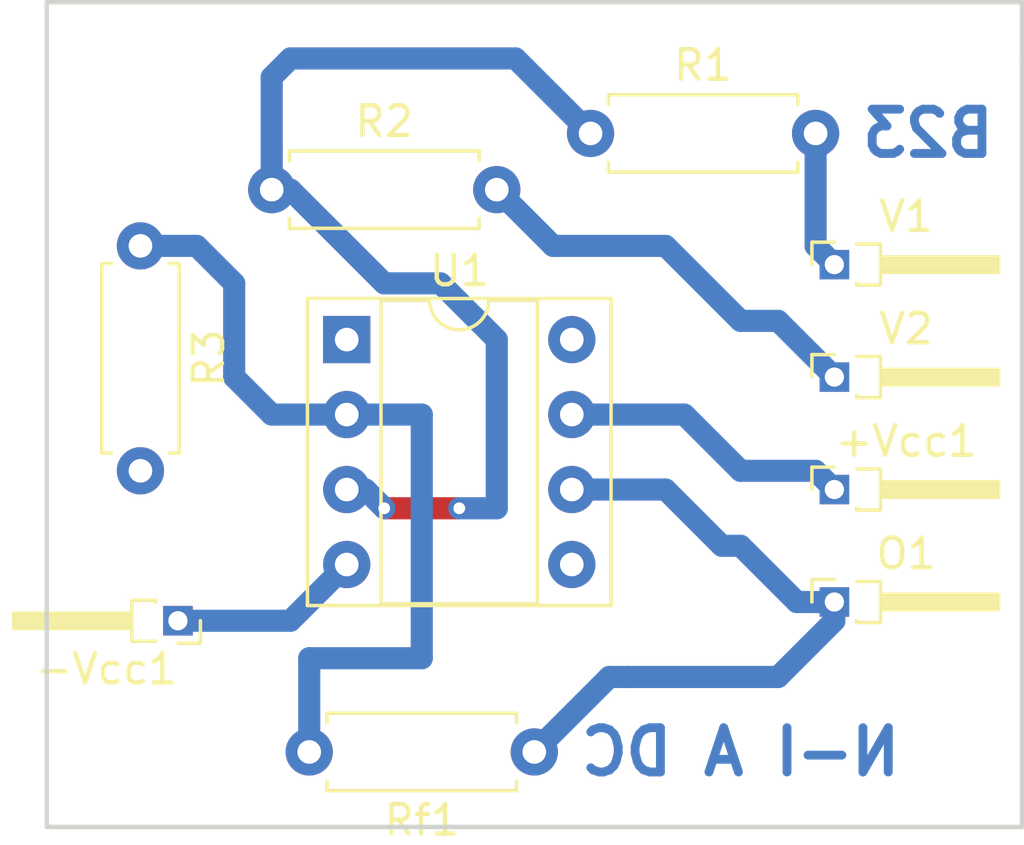
<source format=kicad_pcb>
(kicad_pcb (version 4) (host pcbnew 4.0.7)

  (general
    (links 10)
    (no_connects 0)
    (area 132.839999 71.044999 167.715001 99.905)
    (thickness 1.6)
    (drawings 7)
    (tracks 47)
    (zones 0)
    (modules 10)
    (nets 12)
  )

  (page A4)
  (layers
    (0 F.Cu signal)
    (31 B.Cu signal)
    (32 B.Adhes user)
    (33 F.Adhes user)
    (34 B.Paste user)
    (35 F.Paste user)
    (36 B.SilkS user)
    (37 F.SilkS user)
    (38 B.Mask user)
    (39 F.Mask user)
    (40 Dwgs.User user)
    (41 Cmts.User user)
    (42 Eco1.User user)
    (43 Eco2.User user)
    (44 Edge.Cuts user)
    (45 Margin user)
    (46 B.CrtYd user)
    (47 F.CrtYd user)
    (48 B.Fab user)
    (49 F.Fab user)
  )

  (setup
    (last_trace_width 0.75)
    (trace_clearance 0.2)
    (zone_clearance 0.508)
    (zone_45_only no)
    (trace_min 0.2)
    (segment_width 0.2)
    (edge_width 0.15)
    (via_size 0.6)
    (via_drill 0.4)
    (via_min_size 0.4)
    (via_min_drill 0.3)
    (uvia_size 0.3)
    (uvia_drill 0.1)
    (uvias_allowed no)
    (uvia_min_size 0.2)
    (uvia_min_drill 0.1)
    (pcb_text_width 0.3)
    (pcb_text_size 1.5 1.5)
    (mod_edge_width 0.15)
    (mod_text_size 1 1)
    (mod_text_width 0.15)
    (pad_size 1.524 1.524)
    (pad_drill 0.762)
    (pad_to_mask_clearance 0.2)
    (aux_axis_origin 0 0)
    (visible_elements 7FFFFFFF)
    (pcbplotparams
      (layerselection 0x3d030_80000001)
      (usegerberextensions false)
      (excludeedgelayer true)
      (linewidth 0.100000)
      (plotframeref false)
      (viasonmask false)
      (mode 1)
      (useauxorigin false)
      (hpglpennumber 1)
      (hpglpenspeed 20)
      (hpglpendiameter 15)
      (hpglpenoverlay 2)
      (psnegative false)
      (psa4output false)
      (plotreference true)
      (plotvalue true)
      (plotinvisibletext false)
      (padsonsilk false)
      (subtractmaskfromsilk false)
      (outputformat 1)
      (mirror false)
      (drillshape 0)
      (scaleselection 1)
      (outputdirectory ""))
  )

  (net 0 "")
  (net 1 "Net-(+Vcc1-Pad1)")
  (net 2 "Net-(-Vcc1-Pad1)")
  (net 3 "Net-(O1-Pad1)")
  (net 4 "Net-(R1-Pad1)")
  (net 5 "Net-(R1-Pad2)")
  (net 6 "Net-(R2-Pad2)")
  (net 7 "Net-(R3-Pad1)")
  (net 8 GND)
  (net 9 "Net-(U1-Pad1)")
  (net 10 "Net-(U1-Pad5)")
  (net 11 "Net-(U1-Pad8)")

  (net_class Default "This is the default net class."
    (clearance 0.2)
    (trace_width 0.75)
    (via_dia 0.6)
    (via_drill 0.4)
    (uvia_dia 0.3)
    (uvia_drill 0.1)
    (add_net GND)
    (add_net "Net-(+Vcc1-Pad1)")
    (add_net "Net-(-Vcc1-Pad1)")
    (add_net "Net-(O1-Pad1)")
    (add_net "Net-(R1-Pad1)")
    (add_net "Net-(R1-Pad2)")
    (add_net "Net-(R2-Pad2)")
    (add_net "Net-(R3-Pad1)")
    (add_net "Net-(U1-Pad1)")
    (add_net "Net-(U1-Pad5)")
    (add_net "Net-(U1-Pad8)")
  )

  (module Pin_Headers:Pin_Header_Angled_1x01_Pitch1.27mm (layer F.Cu) (tedit 59650535) (tstamp 5C51AF52)
    (at 161.29 87.63)
    (descr "Through hole angled pin header, 1x01, 1.27mm pitch, 4.0mm pin length, single row")
    (tags "Through hole angled pin header THT 1x01 1.27mm single row")
    (path /5C51ADAE)
    (fp_text reference +Vcc1 (at 2.4325 -1.635) (layer F.SilkS)
      (effects (font (size 1 1) (thickness 0.15)))
    )
    (fp_text value +12V (at 2.4325 1.635) (layer F.Fab)
      (effects (font (size 1 1) (thickness 0.15)))
    )
    (fp_line (start 0.75 -0.635) (end 1.5 -0.635) (layer F.Fab) (width 0.1))
    (fp_line (start 1.5 -0.635) (end 1.5 0.635) (layer F.Fab) (width 0.1))
    (fp_line (start 1.5 0.635) (end 0.5 0.635) (layer F.Fab) (width 0.1))
    (fp_line (start 0.5 0.635) (end 0.5 -0.385) (layer F.Fab) (width 0.1))
    (fp_line (start 0.5 -0.385) (end 0.75 -0.635) (layer F.Fab) (width 0.1))
    (fp_line (start -0.2 -0.2) (end 0.5 -0.2) (layer F.Fab) (width 0.1))
    (fp_line (start -0.2 -0.2) (end -0.2 0.2) (layer F.Fab) (width 0.1))
    (fp_line (start -0.2 0.2) (end 0.5 0.2) (layer F.Fab) (width 0.1))
    (fp_line (start 1.5 -0.2) (end 5.5 -0.2) (layer F.Fab) (width 0.1))
    (fp_line (start 5.5 -0.2) (end 5.5 0.2) (layer F.Fab) (width 0.1))
    (fp_line (start 1.5 0.2) (end 5.5 0.2) (layer F.Fab) (width 0.1))
    (fp_line (start 0.76 -0.695) (end 1.56 -0.695) (layer F.SilkS) (width 0.12))
    (fp_line (start 1.56 -0.695) (end 1.56 0.695) (layer F.SilkS) (width 0.12))
    (fp_line (start 1.56 0.695) (end 0.76 0.695) (layer F.SilkS) (width 0.12))
    (fp_line (start 0.76 0.695) (end 0.76 0.619677) (layer F.SilkS) (width 0.12))
    (fp_line (start 1.56 -0.26) (end 5.56 -0.26) (layer F.SilkS) (width 0.12))
    (fp_line (start 5.56 -0.26) (end 5.56 0.26) (layer F.SilkS) (width 0.12))
    (fp_line (start 5.56 0.26) (end 1.56 0.26) (layer F.SilkS) (width 0.12))
    (fp_line (start 1.56 -0.2) (end 5.56 -0.2) (layer F.SilkS) (width 0.12))
    (fp_line (start 1.56 -0.08) (end 5.56 -0.08) (layer F.SilkS) (width 0.12))
    (fp_line (start 1.56 0.04) (end 5.56 0.04) (layer F.SilkS) (width 0.12))
    (fp_line (start 1.56 0.16) (end 5.56 0.16) (layer F.SilkS) (width 0.12))
    (fp_line (start -0.76 0) (end -0.76 -0.76) (layer F.SilkS) (width 0.12))
    (fp_line (start -0.76 -0.76) (end 0 -0.76) (layer F.SilkS) (width 0.12))
    (fp_line (start -1.15 -1.15) (end -1.15 1.15) (layer F.CrtYd) (width 0.05))
    (fp_line (start -1.15 1.15) (end 6 1.15) (layer F.CrtYd) (width 0.05))
    (fp_line (start 6 1.15) (end 6 -1.15) (layer F.CrtYd) (width 0.05))
    (fp_line (start 6 -1.15) (end -1.15 -1.15) (layer F.CrtYd) (width 0.05))
    (fp_text user %R (at 1 0 90) (layer F.Fab)
      (effects (font (size 0.6 0.6) (thickness 0.09)))
    )
    (pad 1 thru_hole rect (at 0 0) (size 1 1) (drill 0.65) (layers *.Cu *.Mask)
      (net 1 "Net-(+Vcc1-Pad1)"))
    (model ${KISYS3DMOD}/Pin_Headers.3dshapes/Pin_Header_Angled_1x01_Pitch1.27mm.wrl
      (at (xyz 0 0 0))
      (scale (xyz 1 1 1))
      (rotate (xyz 0 0 0))
    )
  )

  (module Pin_Headers:Pin_Header_Angled_1x01_Pitch1.27mm (layer F.Cu) (tedit 59650535) (tstamp 5C51AF57)
    (at 139.065 92.075 180)
    (descr "Through hole angled pin header, 1x01, 1.27mm pitch, 4.0mm pin length, single row")
    (tags "Through hole angled pin header THT 1x01 1.27mm single row")
    (path /5C51AD7B)
    (fp_text reference -Vcc1 (at 2.4325 -1.635 180) (layer F.SilkS)
      (effects (font (size 1 1) (thickness 0.15)))
    )
    (fp_text value -12V (at 2.4325 1.635 180) (layer F.Fab)
      (effects (font (size 1 1) (thickness 0.15)))
    )
    (fp_line (start 0.75 -0.635) (end 1.5 -0.635) (layer F.Fab) (width 0.1))
    (fp_line (start 1.5 -0.635) (end 1.5 0.635) (layer F.Fab) (width 0.1))
    (fp_line (start 1.5 0.635) (end 0.5 0.635) (layer F.Fab) (width 0.1))
    (fp_line (start 0.5 0.635) (end 0.5 -0.385) (layer F.Fab) (width 0.1))
    (fp_line (start 0.5 -0.385) (end 0.75 -0.635) (layer F.Fab) (width 0.1))
    (fp_line (start -0.2 -0.2) (end 0.5 -0.2) (layer F.Fab) (width 0.1))
    (fp_line (start -0.2 -0.2) (end -0.2 0.2) (layer F.Fab) (width 0.1))
    (fp_line (start -0.2 0.2) (end 0.5 0.2) (layer F.Fab) (width 0.1))
    (fp_line (start 1.5 -0.2) (end 5.5 -0.2) (layer F.Fab) (width 0.1))
    (fp_line (start 5.5 -0.2) (end 5.5 0.2) (layer F.Fab) (width 0.1))
    (fp_line (start 1.5 0.2) (end 5.5 0.2) (layer F.Fab) (width 0.1))
    (fp_line (start 0.76 -0.695) (end 1.56 -0.695) (layer F.SilkS) (width 0.12))
    (fp_line (start 1.56 -0.695) (end 1.56 0.695) (layer F.SilkS) (width 0.12))
    (fp_line (start 1.56 0.695) (end 0.76 0.695) (layer F.SilkS) (width 0.12))
    (fp_line (start 0.76 0.695) (end 0.76 0.619677) (layer F.SilkS) (width 0.12))
    (fp_line (start 1.56 -0.26) (end 5.56 -0.26) (layer F.SilkS) (width 0.12))
    (fp_line (start 5.56 -0.26) (end 5.56 0.26) (layer F.SilkS) (width 0.12))
    (fp_line (start 5.56 0.26) (end 1.56 0.26) (layer F.SilkS) (width 0.12))
    (fp_line (start 1.56 -0.2) (end 5.56 -0.2) (layer F.SilkS) (width 0.12))
    (fp_line (start 1.56 -0.08) (end 5.56 -0.08) (layer F.SilkS) (width 0.12))
    (fp_line (start 1.56 0.04) (end 5.56 0.04) (layer F.SilkS) (width 0.12))
    (fp_line (start 1.56 0.16) (end 5.56 0.16) (layer F.SilkS) (width 0.12))
    (fp_line (start -0.76 0) (end -0.76 -0.76) (layer F.SilkS) (width 0.12))
    (fp_line (start -0.76 -0.76) (end 0 -0.76) (layer F.SilkS) (width 0.12))
    (fp_line (start -1.15 -1.15) (end -1.15 1.15) (layer F.CrtYd) (width 0.05))
    (fp_line (start -1.15 1.15) (end 6 1.15) (layer F.CrtYd) (width 0.05))
    (fp_line (start 6 1.15) (end 6 -1.15) (layer F.CrtYd) (width 0.05))
    (fp_line (start 6 -1.15) (end -1.15 -1.15) (layer F.CrtYd) (width 0.05))
    (fp_text user %R (at 1 0 270) (layer F.Fab)
      (effects (font (size 0.6 0.6) (thickness 0.09)))
    )
    (pad 1 thru_hole rect (at 0 0 180) (size 1 1) (drill 0.65) (layers *.Cu *.Mask)
      (net 2 "Net-(-Vcc1-Pad1)"))
    (model ${KISYS3DMOD}/Pin_Headers.3dshapes/Pin_Header_Angled_1x01_Pitch1.27mm.wrl
      (at (xyz 0 0 0))
      (scale (xyz 1 1 1))
      (rotate (xyz 0 0 0))
    )
  )

  (module Pin_Headers:Pin_Header_Angled_1x01_Pitch1.27mm (layer F.Cu) (tedit 59650535) (tstamp 5C51AF5C)
    (at 161.29 91.44)
    (descr "Through hole angled pin header, 1x01, 1.27mm pitch, 4.0mm pin length, single row")
    (tags "Through hole angled pin header THT 1x01 1.27mm single row")
    (path /5C51ADD9)
    (fp_text reference O1 (at 2.4325 -1.635) (layer F.SilkS)
      (effects (font (size 1 1) (thickness 0.15)))
    )
    (fp_text value CRO (at 2.4325 1.635) (layer F.Fab)
      (effects (font (size 1 1) (thickness 0.15)))
    )
    (fp_line (start 0.75 -0.635) (end 1.5 -0.635) (layer F.Fab) (width 0.1))
    (fp_line (start 1.5 -0.635) (end 1.5 0.635) (layer F.Fab) (width 0.1))
    (fp_line (start 1.5 0.635) (end 0.5 0.635) (layer F.Fab) (width 0.1))
    (fp_line (start 0.5 0.635) (end 0.5 -0.385) (layer F.Fab) (width 0.1))
    (fp_line (start 0.5 -0.385) (end 0.75 -0.635) (layer F.Fab) (width 0.1))
    (fp_line (start -0.2 -0.2) (end 0.5 -0.2) (layer F.Fab) (width 0.1))
    (fp_line (start -0.2 -0.2) (end -0.2 0.2) (layer F.Fab) (width 0.1))
    (fp_line (start -0.2 0.2) (end 0.5 0.2) (layer F.Fab) (width 0.1))
    (fp_line (start 1.5 -0.2) (end 5.5 -0.2) (layer F.Fab) (width 0.1))
    (fp_line (start 5.5 -0.2) (end 5.5 0.2) (layer F.Fab) (width 0.1))
    (fp_line (start 1.5 0.2) (end 5.5 0.2) (layer F.Fab) (width 0.1))
    (fp_line (start 0.76 -0.695) (end 1.56 -0.695) (layer F.SilkS) (width 0.12))
    (fp_line (start 1.56 -0.695) (end 1.56 0.695) (layer F.SilkS) (width 0.12))
    (fp_line (start 1.56 0.695) (end 0.76 0.695) (layer F.SilkS) (width 0.12))
    (fp_line (start 0.76 0.695) (end 0.76 0.619677) (layer F.SilkS) (width 0.12))
    (fp_line (start 1.56 -0.26) (end 5.56 -0.26) (layer F.SilkS) (width 0.12))
    (fp_line (start 5.56 -0.26) (end 5.56 0.26) (layer F.SilkS) (width 0.12))
    (fp_line (start 5.56 0.26) (end 1.56 0.26) (layer F.SilkS) (width 0.12))
    (fp_line (start 1.56 -0.2) (end 5.56 -0.2) (layer F.SilkS) (width 0.12))
    (fp_line (start 1.56 -0.08) (end 5.56 -0.08) (layer F.SilkS) (width 0.12))
    (fp_line (start 1.56 0.04) (end 5.56 0.04) (layer F.SilkS) (width 0.12))
    (fp_line (start 1.56 0.16) (end 5.56 0.16) (layer F.SilkS) (width 0.12))
    (fp_line (start -0.76 0) (end -0.76 -0.76) (layer F.SilkS) (width 0.12))
    (fp_line (start -0.76 -0.76) (end 0 -0.76) (layer F.SilkS) (width 0.12))
    (fp_line (start -1.15 -1.15) (end -1.15 1.15) (layer F.CrtYd) (width 0.05))
    (fp_line (start -1.15 1.15) (end 6 1.15) (layer F.CrtYd) (width 0.05))
    (fp_line (start 6 1.15) (end 6 -1.15) (layer F.CrtYd) (width 0.05))
    (fp_line (start 6 -1.15) (end -1.15 -1.15) (layer F.CrtYd) (width 0.05))
    (fp_text user %R (at 1 0 90) (layer F.Fab)
      (effects (font (size 0.6 0.6) (thickness 0.09)))
    )
    (pad 1 thru_hole rect (at 0 0) (size 1 1) (drill 0.65) (layers *.Cu *.Mask)
      (net 3 "Net-(O1-Pad1)"))
    (model ${KISYS3DMOD}/Pin_Headers.3dshapes/Pin_Header_Angled_1x01_Pitch1.27mm.wrl
      (at (xyz 0 0 0))
      (scale (xyz 1 1 1))
      (rotate (xyz 0 0 0))
    )
  )

  (module Resistors_THT:R_Axial_DIN0207_L6.3mm_D2.5mm_P7.62mm_Horizontal (layer F.Cu) (tedit 5874F706) (tstamp 5C51AF62)
    (at 153.035 75.565)
    (descr "Resistor, Axial_DIN0207 series, Axial, Horizontal, pin pitch=7.62mm, 0.25W = 1/4W, length*diameter=6.3*2.5mm^2, http://cdn-reichelt.de/documents/datenblatt/B400/1_4W%23YAG.pdf")
    (tags "Resistor Axial_DIN0207 series Axial Horizontal pin pitch 7.62mm 0.25W = 1/4W length 6.3mm diameter 2.5mm")
    (path /5C51AC67)
    (fp_text reference R1 (at 3.81 -2.31) (layer F.SilkS)
      (effects (font (size 1 1) (thickness 0.15)))
    )
    (fp_text value "1k ohm" (at 3.81 2.31) (layer F.Fab)
      (effects (font (size 1 1) (thickness 0.15)))
    )
    (fp_line (start 0.66 -1.25) (end 0.66 1.25) (layer F.Fab) (width 0.1))
    (fp_line (start 0.66 1.25) (end 6.96 1.25) (layer F.Fab) (width 0.1))
    (fp_line (start 6.96 1.25) (end 6.96 -1.25) (layer F.Fab) (width 0.1))
    (fp_line (start 6.96 -1.25) (end 0.66 -1.25) (layer F.Fab) (width 0.1))
    (fp_line (start 0 0) (end 0.66 0) (layer F.Fab) (width 0.1))
    (fp_line (start 7.62 0) (end 6.96 0) (layer F.Fab) (width 0.1))
    (fp_line (start 0.6 -0.98) (end 0.6 -1.31) (layer F.SilkS) (width 0.12))
    (fp_line (start 0.6 -1.31) (end 7.02 -1.31) (layer F.SilkS) (width 0.12))
    (fp_line (start 7.02 -1.31) (end 7.02 -0.98) (layer F.SilkS) (width 0.12))
    (fp_line (start 0.6 0.98) (end 0.6 1.31) (layer F.SilkS) (width 0.12))
    (fp_line (start 0.6 1.31) (end 7.02 1.31) (layer F.SilkS) (width 0.12))
    (fp_line (start 7.02 1.31) (end 7.02 0.98) (layer F.SilkS) (width 0.12))
    (fp_line (start -1.05 -1.6) (end -1.05 1.6) (layer F.CrtYd) (width 0.05))
    (fp_line (start -1.05 1.6) (end 8.7 1.6) (layer F.CrtYd) (width 0.05))
    (fp_line (start 8.7 1.6) (end 8.7 -1.6) (layer F.CrtYd) (width 0.05))
    (fp_line (start 8.7 -1.6) (end -1.05 -1.6) (layer F.CrtYd) (width 0.05))
    (pad 1 thru_hole circle (at 0 0) (size 1.6 1.6) (drill 0.8) (layers *.Cu *.Mask)
      (net 4 "Net-(R1-Pad1)"))
    (pad 2 thru_hole oval (at 7.62 0) (size 1.6 1.6) (drill 0.8) (layers *.Cu *.Mask)
      (net 5 "Net-(R1-Pad2)"))
    (model ${KISYS3DMOD}/Resistors_THT.3dshapes/R_Axial_DIN0207_L6.3mm_D2.5mm_P7.62mm_Horizontal.wrl
      (at (xyz 0 0 0))
      (scale (xyz 0.393701 0.393701 0.393701))
      (rotate (xyz 0 0 0))
    )
  )

  (module Resistors_THT:R_Axial_DIN0207_L6.3mm_D2.5mm_P7.62mm_Horizontal (layer F.Cu) (tedit 5874F706) (tstamp 5C51AF68)
    (at 142.24 77.47)
    (descr "Resistor, Axial_DIN0207 series, Axial, Horizontal, pin pitch=7.62mm, 0.25W = 1/4W, length*diameter=6.3*2.5mm^2, http://cdn-reichelt.de/documents/datenblatt/B400/1_4W%23YAG.pdf")
    (tags "Resistor Axial_DIN0207 series Axial Horizontal pin pitch 7.62mm 0.25W = 1/4W length 6.3mm diameter 2.5mm")
    (path /5C51AC90)
    (fp_text reference R2 (at 3.81 -2.31) (layer F.SilkS)
      (effects (font (size 1 1) (thickness 0.15)))
    )
    (fp_text value "1k ohm" (at 3.81 2.31) (layer F.Fab)
      (effects (font (size 1 1) (thickness 0.15)))
    )
    (fp_line (start 0.66 -1.25) (end 0.66 1.25) (layer F.Fab) (width 0.1))
    (fp_line (start 0.66 1.25) (end 6.96 1.25) (layer F.Fab) (width 0.1))
    (fp_line (start 6.96 1.25) (end 6.96 -1.25) (layer F.Fab) (width 0.1))
    (fp_line (start 6.96 -1.25) (end 0.66 -1.25) (layer F.Fab) (width 0.1))
    (fp_line (start 0 0) (end 0.66 0) (layer F.Fab) (width 0.1))
    (fp_line (start 7.62 0) (end 6.96 0) (layer F.Fab) (width 0.1))
    (fp_line (start 0.6 -0.98) (end 0.6 -1.31) (layer F.SilkS) (width 0.12))
    (fp_line (start 0.6 -1.31) (end 7.02 -1.31) (layer F.SilkS) (width 0.12))
    (fp_line (start 7.02 -1.31) (end 7.02 -0.98) (layer F.SilkS) (width 0.12))
    (fp_line (start 0.6 0.98) (end 0.6 1.31) (layer F.SilkS) (width 0.12))
    (fp_line (start 0.6 1.31) (end 7.02 1.31) (layer F.SilkS) (width 0.12))
    (fp_line (start 7.02 1.31) (end 7.02 0.98) (layer F.SilkS) (width 0.12))
    (fp_line (start -1.05 -1.6) (end -1.05 1.6) (layer F.CrtYd) (width 0.05))
    (fp_line (start -1.05 1.6) (end 8.7 1.6) (layer F.CrtYd) (width 0.05))
    (fp_line (start 8.7 1.6) (end 8.7 -1.6) (layer F.CrtYd) (width 0.05))
    (fp_line (start 8.7 -1.6) (end -1.05 -1.6) (layer F.CrtYd) (width 0.05))
    (pad 1 thru_hole circle (at 0 0) (size 1.6 1.6) (drill 0.8) (layers *.Cu *.Mask)
      (net 4 "Net-(R1-Pad1)"))
    (pad 2 thru_hole oval (at 7.62 0) (size 1.6 1.6) (drill 0.8) (layers *.Cu *.Mask)
      (net 6 "Net-(R2-Pad2)"))
    (model ${KISYS3DMOD}/Resistors_THT.3dshapes/R_Axial_DIN0207_L6.3mm_D2.5mm_P7.62mm_Horizontal.wrl
      (at (xyz 0 0 0))
      (scale (xyz 0.393701 0.393701 0.393701))
      (rotate (xyz 0 0 0))
    )
  )

  (module Resistors_THT:R_Axial_DIN0207_L6.3mm_D2.5mm_P7.62mm_Horizontal (layer F.Cu) (tedit 5874F706) (tstamp 5C51AF6E)
    (at 137.795 79.375 270)
    (descr "Resistor, Axial_DIN0207 series, Axial, Horizontal, pin pitch=7.62mm, 0.25W = 1/4W, length*diameter=6.3*2.5mm^2, http://cdn-reichelt.de/documents/datenblatt/B400/1_4W%23YAG.pdf")
    (tags "Resistor Axial_DIN0207 series Axial Horizontal pin pitch 7.62mm 0.25W = 1/4W length 6.3mm diameter 2.5mm")
    (path /5C51ACB1)
    (fp_text reference R3 (at 3.81 -2.31 270) (layer F.SilkS)
      (effects (font (size 1 1) (thickness 0.15)))
    )
    (fp_text value "1k ohm" (at 3.81 2.31 270) (layer F.Fab)
      (effects (font (size 1 1) (thickness 0.15)))
    )
    (fp_line (start 0.66 -1.25) (end 0.66 1.25) (layer F.Fab) (width 0.1))
    (fp_line (start 0.66 1.25) (end 6.96 1.25) (layer F.Fab) (width 0.1))
    (fp_line (start 6.96 1.25) (end 6.96 -1.25) (layer F.Fab) (width 0.1))
    (fp_line (start 6.96 -1.25) (end 0.66 -1.25) (layer F.Fab) (width 0.1))
    (fp_line (start 0 0) (end 0.66 0) (layer F.Fab) (width 0.1))
    (fp_line (start 7.62 0) (end 6.96 0) (layer F.Fab) (width 0.1))
    (fp_line (start 0.6 -0.98) (end 0.6 -1.31) (layer F.SilkS) (width 0.12))
    (fp_line (start 0.6 -1.31) (end 7.02 -1.31) (layer F.SilkS) (width 0.12))
    (fp_line (start 7.02 -1.31) (end 7.02 -0.98) (layer F.SilkS) (width 0.12))
    (fp_line (start 0.6 0.98) (end 0.6 1.31) (layer F.SilkS) (width 0.12))
    (fp_line (start 0.6 1.31) (end 7.02 1.31) (layer F.SilkS) (width 0.12))
    (fp_line (start 7.02 1.31) (end 7.02 0.98) (layer F.SilkS) (width 0.12))
    (fp_line (start -1.05 -1.6) (end -1.05 1.6) (layer F.CrtYd) (width 0.05))
    (fp_line (start -1.05 1.6) (end 8.7 1.6) (layer F.CrtYd) (width 0.05))
    (fp_line (start 8.7 1.6) (end 8.7 -1.6) (layer F.CrtYd) (width 0.05))
    (fp_line (start 8.7 -1.6) (end -1.05 -1.6) (layer F.CrtYd) (width 0.05))
    (pad 1 thru_hole circle (at 0 0 270) (size 1.6 1.6) (drill 0.8) (layers *.Cu *.Mask)
      (net 7 "Net-(R3-Pad1)"))
    (pad 2 thru_hole oval (at 7.62 0 270) (size 1.6 1.6) (drill 0.8) (layers *.Cu *.Mask)
      (net 8 GND))
    (model ${KISYS3DMOD}/Resistors_THT.3dshapes/R_Axial_DIN0207_L6.3mm_D2.5mm_P7.62mm_Horizontal.wrl
      (at (xyz 0 0 0))
      (scale (xyz 0.393701 0.393701 0.393701))
      (rotate (xyz 0 0 0))
    )
  )

  (module Resistors_THT:R_Axial_DIN0207_L6.3mm_D2.5mm_P7.62mm_Horizontal (layer F.Cu) (tedit 5874F706) (tstamp 5C51AF74)
    (at 151.13 96.52 180)
    (descr "Resistor, Axial_DIN0207 series, Axial, Horizontal, pin pitch=7.62mm, 0.25W = 1/4W, length*diameter=6.3*2.5mm^2, http://cdn-reichelt.de/documents/datenblatt/B400/1_4W%23YAG.pdf")
    (tags "Resistor Axial_DIN0207 series Axial Horizontal pin pitch 7.62mm 0.25W = 1/4W length 6.3mm diameter 2.5mm")
    (path /5C51AC34)
    (fp_text reference Rf1 (at 3.81 -2.31 180) (layer F.SilkS)
      (effects (font (size 1 1) (thickness 0.15)))
    )
    (fp_text value "1k ohm" (at 3.81 2.31 180) (layer F.Fab)
      (effects (font (size 1 1) (thickness 0.15)))
    )
    (fp_line (start 0.66 -1.25) (end 0.66 1.25) (layer F.Fab) (width 0.1))
    (fp_line (start 0.66 1.25) (end 6.96 1.25) (layer F.Fab) (width 0.1))
    (fp_line (start 6.96 1.25) (end 6.96 -1.25) (layer F.Fab) (width 0.1))
    (fp_line (start 6.96 -1.25) (end 0.66 -1.25) (layer F.Fab) (width 0.1))
    (fp_line (start 0 0) (end 0.66 0) (layer F.Fab) (width 0.1))
    (fp_line (start 7.62 0) (end 6.96 0) (layer F.Fab) (width 0.1))
    (fp_line (start 0.6 -0.98) (end 0.6 -1.31) (layer F.SilkS) (width 0.12))
    (fp_line (start 0.6 -1.31) (end 7.02 -1.31) (layer F.SilkS) (width 0.12))
    (fp_line (start 7.02 -1.31) (end 7.02 -0.98) (layer F.SilkS) (width 0.12))
    (fp_line (start 0.6 0.98) (end 0.6 1.31) (layer F.SilkS) (width 0.12))
    (fp_line (start 0.6 1.31) (end 7.02 1.31) (layer F.SilkS) (width 0.12))
    (fp_line (start 7.02 1.31) (end 7.02 0.98) (layer F.SilkS) (width 0.12))
    (fp_line (start -1.05 -1.6) (end -1.05 1.6) (layer F.CrtYd) (width 0.05))
    (fp_line (start -1.05 1.6) (end 8.7 1.6) (layer F.CrtYd) (width 0.05))
    (fp_line (start 8.7 1.6) (end 8.7 -1.6) (layer F.CrtYd) (width 0.05))
    (fp_line (start 8.7 -1.6) (end -1.05 -1.6) (layer F.CrtYd) (width 0.05))
    (pad 1 thru_hole circle (at 0 0 180) (size 1.6 1.6) (drill 0.8) (layers *.Cu *.Mask)
      (net 3 "Net-(O1-Pad1)"))
    (pad 2 thru_hole oval (at 7.62 0 180) (size 1.6 1.6) (drill 0.8) (layers *.Cu *.Mask)
      (net 7 "Net-(R3-Pad1)"))
    (model ${KISYS3DMOD}/Resistors_THT.3dshapes/R_Axial_DIN0207_L6.3mm_D2.5mm_P7.62mm_Horizontal.wrl
      (at (xyz 0 0 0))
      (scale (xyz 0.393701 0.393701 0.393701))
      (rotate (xyz 0 0 0))
    )
  )

  (module Housings_DIP:DIP-8_W7.62mm_Socket (layer F.Cu) (tedit 59C78D6B) (tstamp 5C51AF80)
    (at 144.78 82.55)
    (descr "8-lead though-hole mounted DIP package, row spacing 7.62 mm (300 mils), Socket")
    (tags "THT DIP DIL PDIP 2.54mm 7.62mm 300mil Socket")
    (path /5C51AC01)
    (fp_text reference U1 (at 3.81 -2.33) (layer F.SilkS)
      (effects (font (size 1 1) (thickness 0.15)))
    )
    (fp_text value LM741 (at 3.81 9.95) (layer F.Fab)
      (effects (font (size 1 1) (thickness 0.15)))
    )
    (fp_arc (start 3.81 -1.33) (end 2.81 -1.33) (angle -180) (layer F.SilkS) (width 0.12))
    (fp_line (start 1.635 -1.27) (end 6.985 -1.27) (layer F.Fab) (width 0.1))
    (fp_line (start 6.985 -1.27) (end 6.985 8.89) (layer F.Fab) (width 0.1))
    (fp_line (start 6.985 8.89) (end 0.635 8.89) (layer F.Fab) (width 0.1))
    (fp_line (start 0.635 8.89) (end 0.635 -0.27) (layer F.Fab) (width 0.1))
    (fp_line (start 0.635 -0.27) (end 1.635 -1.27) (layer F.Fab) (width 0.1))
    (fp_line (start -1.27 -1.33) (end -1.27 8.95) (layer F.Fab) (width 0.1))
    (fp_line (start -1.27 8.95) (end 8.89 8.95) (layer F.Fab) (width 0.1))
    (fp_line (start 8.89 8.95) (end 8.89 -1.33) (layer F.Fab) (width 0.1))
    (fp_line (start 8.89 -1.33) (end -1.27 -1.33) (layer F.Fab) (width 0.1))
    (fp_line (start 2.81 -1.33) (end 1.16 -1.33) (layer F.SilkS) (width 0.12))
    (fp_line (start 1.16 -1.33) (end 1.16 8.95) (layer F.SilkS) (width 0.12))
    (fp_line (start 1.16 8.95) (end 6.46 8.95) (layer F.SilkS) (width 0.12))
    (fp_line (start 6.46 8.95) (end 6.46 -1.33) (layer F.SilkS) (width 0.12))
    (fp_line (start 6.46 -1.33) (end 4.81 -1.33) (layer F.SilkS) (width 0.12))
    (fp_line (start -1.33 -1.39) (end -1.33 9.01) (layer F.SilkS) (width 0.12))
    (fp_line (start -1.33 9.01) (end 8.95 9.01) (layer F.SilkS) (width 0.12))
    (fp_line (start 8.95 9.01) (end 8.95 -1.39) (layer F.SilkS) (width 0.12))
    (fp_line (start 8.95 -1.39) (end -1.33 -1.39) (layer F.SilkS) (width 0.12))
    (fp_line (start -1.55 -1.6) (end -1.55 9.2) (layer F.CrtYd) (width 0.05))
    (fp_line (start -1.55 9.2) (end 9.15 9.2) (layer F.CrtYd) (width 0.05))
    (fp_line (start 9.15 9.2) (end 9.15 -1.6) (layer F.CrtYd) (width 0.05))
    (fp_line (start 9.15 -1.6) (end -1.55 -1.6) (layer F.CrtYd) (width 0.05))
    (fp_text user %R (at 3.81 3.81) (layer F.Fab)
      (effects (font (size 1 1) (thickness 0.15)))
    )
    (pad 1 thru_hole rect (at 0 0) (size 1.6 1.6) (drill 0.8) (layers *.Cu *.Mask)
      (net 9 "Net-(U1-Pad1)"))
    (pad 5 thru_hole oval (at 7.62 7.62) (size 1.6 1.6) (drill 0.8) (layers *.Cu *.Mask)
      (net 10 "Net-(U1-Pad5)"))
    (pad 2 thru_hole oval (at 0 2.54) (size 1.6 1.6) (drill 0.8) (layers *.Cu *.Mask)
      (net 7 "Net-(R3-Pad1)"))
    (pad 6 thru_hole oval (at 7.62 5.08) (size 1.6 1.6) (drill 0.8) (layers *.Cu *.Mask)
      (net 3 "Net-(O1-Pad1)"))
    (pad 3 thru_hole oval (at 0 5.08) (size 1.6 1.6) (drill 0.8) (layers *.Cu *.Mask)
      (net 4 "Net-(R1-Pad1)"))
    (pad 7 thru_hole oval (at 7.62 2.54) (size 1.6 1.6) (drill 0.8) (layers *.Cu *.Mask)
      (net 1 "Net-(+Vcc1-Pad1)"))
    (pad 4 thru_hole oval (at 0 7.62) (size 1.6 1.6) (drill 0.8) (layers *.Cu *.Mask)
      (net 2 "Net-(-Vcc1-Pad1)"))
    (pad 8 thru_hole oval (at 7.62 0) (size 1.6 1.6) (drill 0.8) (layers *.Cu *.Mask)
      (net 11 "Net-(U1-Pad8)"))
    (model ${KISYS3DMOD}/Housings_DIP.3dshapes/DIP-8_W7.62mm_Socket.wrl
      (at (xyz 0 0 0))
      (scale (xyz 1 1 1))
      (rotate (xyz 0 0 0))
    )
  )

  (module Pin_Headers:Pin_Header_Angled_1x01_Pitch1.27mm (layer F.Cu) (tedit 59650535) (tstamp 5C51AF85)
    (at 161.29 80.01)
    (descr "Through hole angled pin header, 1x01, 1.27mm pitch, 4.0mm pin length, single row")
    (tags "Through hole angled pin header THT 1x01 1.27mm single row")
    (path /5C51AD0B)
    (fp_text reference V1 (at 2.4325 -1.635) (layer F.SilkS)
      (effects (font (size 1 1) (thickness 0.15)))
    )
    (fp_text value I1 (at 2.4325 1.635) (layer F.Fab)
      (effects (font (size 1 1) (thickness 0.15)))
    )
    (fp_line (start 0.75 -0.635) (end 1.5 -0.635) (layer F.Fab) (width 0.1))
    (fp_line (start 1.5 -0.635) (end 1.5 0.635) (layer F.Fab) (width 0.1))
    (fp_line (start 1.5 0.635) (end 0.5 0.635) (layer F.Fab) (width 0.1))
    (fp_line (start 0.5 0.635) (end 0.5 -0.385) (layer F.Fab) (width 0.1))
    (fp_line (start 0.5 -0.385) (end 0.75 -0.635) (layer F.Fab) (width 0.1))
    (fp_line (start -0.2 -0.2) (end 0.5 -0.2) (layer F.Fab) (width 0.1))
    (fp_line (start -0.2 -0.2) (end -0.2 0.2) (layer F.Fab) (width 0.1))
    (fp_line (start -0.2 0.2) (end 0.5 0.2) (layer F.Fab) (width 0.1))
    (fp_line (start 1.5 -0.2) (end 5.5 -0.2) (layer F.Fab) (width 0.1))
    (fp_line (start 5.5 -0.2) (end 5.5 0.2) (layer F.Fab) (width 0.1))
    (fp_line (start 1.5 0.2) (end 5.5 0.2) (layer F.Fab) (width 0.1))
    (fp_line (start 0.76 -0.695) (end 1.56 -0.695) (layer F.SilkS) (width 0.12))
    (fp_line (start 1.56 -0.695) (end 1.56 0.695) (layer F.SilkS) (width 0.12))
    (fp_line (start 1.56 0.695) (end 0.76 0.695) (layer F.SilkS) (width 0.12))
    (fp_line (start 0.76 0.695) (end 0.76 0.619677) (layer F.SilkS) (width 0.12))
    (fp_line (start 1.56 -0.26) (end 5.56 -0.26) (layer F.SilkS) (width 0.12))
    (fp_line (start 5.56 -0.26) (end 5.56 0.26) (layer F.SilkS) (width 0.12))
    (fp_line (start 5.56 0.26) (end 1.56 0.26) (layer F.SilkS) (width 0.12))
    (fp_line (start 1.56 -0.2) (end 5.56 -0.2) (layer F.SilkS) (width 0.12))
    (fp_line (start 1.56 -0.08) (end 5.56 -0.08) (layer F.SilkS) (width 0.12))
    (fp_line (start 1.56 0.04) (end 5.56 0.04) (layer F.SilkS) (width 0.12))
    (fp_line (start 1.56 0.16) (end 5.56 0.16) (layer F.SilkS) (width 0.12))
    (fp_line (start -0.76 0) (end -0.76 -0.76) (layer F.SilkS) (width 0.12))
    (fp_line (start -0.76 -0.76) (end 0 -0.76) (layer F.SilkS) (width 0.12))
    (fp_line (start -1.15 -1.15) (end -1.15 1.15) (layer F.CrtYd) (width 0.05))
    (fp_line (start -1.15 1.15) (end 6 1.15) (layer F.CrtYd) (width 0.05))
    (fp_line (start 6 1.15) (end 6 -1.15) (layer F.CrtYd) (width 0.05))
    (fp_line (start 6 -1.15) (end -1.15 -1.15) (layer F.CrtYd) (width 0.05))
    (fp_text user %R (at 1 0 90) (layer F.Fab)
      (effects (font (size 0.6 0.6) (thickness 0.09)))
    )
    (pad 1 thru_hole rect (at 0 0) (size 1 1) (drill 0.65) (layers *.Cu *.Mask)
      (net 5 "Net-(R1-Pad2)"))
    (model ${KISYS3DMOD}/Pin_Headers.3dshapes/Pin_Header_Angled_1x01_Pitch1.27mm.wrl
      (at (xyz 0 0 0))
      (scale (xyz 1 1 1))
      (rotate (xyz 0 0 0))
    )
  )

  (module Pin_Headers:Pin_Header_Angled_1x01_Pitch1.27mm (layer F.Cu) (tedit 59650535) (tstamp 5C51AF8A)
    (at 161.29 83.82)
    (descr "Through hole angled pin header, 1x01, 1.27mm pitch, 4.0mm pin length, single row")
    (tags "Through hole angled pin header THT 1x01 1.27mm single row")
    (path /5C51AD56)
    (fp_text reference V2 (at 2.4325 -1.635) (layer F.SilkS)
      (effects (font (size 1 1) (thickness 0.15)))
    )
    (fp_text value I2 (at 2.4325 1.635) (layer F.Fab)
      (effects (font (size 1 1) (thickness 0.15)))
    )
    (fp_line (start 0.75 -0.635) (end 1.5 -0.635) (layer F.Fab) (width 0.1))
    (fp_line (start 1.5 -0.635) (end 1.5 0.635) (layer F.Fab) (width 0.1))
    (fp_line (start 1.5 0.635) (end 0.5 0.635) (layer F.Fab) (width 0.1))
    (fp_line (start 0.5 0.635) (end 0.5 -0.385) (layer F.Fab) (width 0.1))
    (fp_line (start 0.5 -0.385) (end 0.75 -0.635) (layer F.Fab) (width 0.1))
    (fp_line (start -0.2 -0.2) (end 0.5 -0.2) (layer F.Fab) (width 0.1))
    (fp_line (start -0.2 -0.2) (end -0.2 0.2) (layer F.Fab) (width 0.1))
    (fp_line (start -0.2 0.2) (end 0.5 0.2) (layer F.Fab) (width 0.1))
    (fp_line (start 1.5 -0.2) (end 5.5 -0.2) (layer F.Fab) (width 0.1))
    (fp_line (start 5.5 -0.2) (end 5.5 0.2) (layer F.Fab) (width 0.1))
    (fp_line (start 1.5 0.2) (end 5.5 0.2) (layer F.Fab) (width 0.1))
    (fp_line (start 0.76 -0.695) (end 1.56 -0.695) (layer F.SilkS) (width 0.12))
    (fp_line (start 1.56 -0.695) (end 1.56 0.695) (layer F.SilkS) (width 0.12))
    (fp_line (start 1.56 0.695) (end 0.76 0.695) (layer F.SilkS) (width 0.12))
    (fp_line (start 0.76 0.695) (end 0.76 0.619677) (layer F.SilkS) (width 0.12))
    (fp_line (start 1.56 -0.26) (end 5.56 -0.26) (layer F.SilkS) (width 0.12))
    (fp_line (start 5.56 -0.26) (end 5.56 0.26) (layer F.SilkS) (width 0.12))
    (fp_line (start 5.56 0.26) (end 1.56 0.26) (layer F.SilkS) (width 0.12))
    (fp_line (start 1.56 -0.2) (end 5.56 -0.2) (layer F.SilkS) (width 0.12))
    (fp_line (start 1.56 -0.08) (end 5.56 -0.08) (layer F.SilkS) (width 0.12))
    (fp_line (start 1.56 0.04) (end 5.56 0.04) (layer F.SilkS) (width 0.12))
    (fp_line (start 1.56 0.16) (end 5.56 0.16) (layer F.SilkS) (width 0.12))
    (fp_line (start -0.76 0) (end -0.76 -0.76) (layer F.SilkS) (width 0.12))
    (fp_line (start -0.76 -0.76) (end 0 -0.76) (layer F.SilkS) (width 0.12))
    (fp_line (start -1.15 -1.15) (end -1.15 1.15) (layer F.CrtYd) (width 0.05))
    (fp_line (start -1.15 1.15) (end 6 1.15) (layer F.CrtYd) (width 0.05))
    (fp_line (start 6 1.15) (end 6 -1.15) (layer F.CrtYd) (width 0.05))
    (fp_line (start 6 -1.15) (end -1.15 -1.15) (layer F.CrtYd) (width 0.05))
    (fp_text user %R (at 1 0 90) (layer F.Fab)
      (effects (font (size 0.6 0.6) (thickness 0.09)))
    )
    (pad 1 thru_hole rect (at 0 0) (size 1 1) (drill 0.65) (layers *.Cu *.Mask)
      (net 6 "Net-(R2-Pad2)"))
    (model ${KISYS3DMOD}/Pin_Headers.3dshapes/Pin_Header_Angled_1x01_Pitch1.27mm.wrl
      (at (xyz 0 0 0))
      (scale (xyz 1 1 1))
      (rotate (xyz 0 0 0))
    )
  )

  (gr_line (start 167.64 71.12) (end 167.64 73.025) (angle 90) (layer Edge.Cuts) (width 0.15))
  (gr_line (start 134.62 71.12) (end 167.64 71.12) (angle 90) (layer Edge.Cuts) (width 0.15))
  (gr_line (start 134.62 99.06) (end 134.62 71.12) (angle 90) (layer Edge.Cuts) (width 0.15))
  (gr_line (start 167.64 99.06) (end 134.62 99.06) (angle 90) (layer Edge.Cuts) (width 0.15))
  (gr_line (start 167.64 73.025) (end 167.64 99.06) (angle 90) (layer Edge.Cuts) (width 0.15))
  (gr_text "N-I A DC" (at 158.115 96.52) (layer B.Cu)
    (effects (font (size 1.5 1.5) (thickness 0.3)) (justify mirror))
  )
  (gr_text B23 (at 164.465 75.565) (layer B.Cu)
    (effects (font (size 1.5 1.5) (thickness 0.3)) (justify mirror))
  )

  (segment (start 152.4 85.09) (end 156.21 85.09) (width 0.75) (layer B.Cu) (net 1))
  (segment (start 160.655 86.995) (end 161.29 87.63) (width 0.75) (layer B.Cu) (net 1) (tstamp 5C51B08A))
  (segment (start 158.115 86.995) (end 160.655 86.995) (width 0.75) (layer B.Cu) (net 1) (tstamp 5C51B089))
  (segment (start 156.21 85.09) (end 158.115 86.995) (width 0.75) (layer B.Cu) (net 1) (tstamp 5C51B088))
  (segment (start 139.065 92.075) (end 142.875 92.075) (width 0.75) (layer B.Cu) (net 2))
  (segment (start 142.875 92.075) (end 144.78 90.17) (width 0.75) (layer B.Cu) (net 2) (tstamp 5C51B0BD))
  (segment (start 151.13 96.52) (end 153.67 93.98) (width 0.75) (layer B.Cu) (net 3))
  (segment (start 161.29 92.075) (end 161.29 91.44) (width 0.75) (layer B.Cu) (net 3) (tstamp 5C51B09C))
  (segment (start 159.385 93.98) (end 161.29 92.075) (width 0.75) (layer B.Cu) (net 3) (tstamp 5C51B09B))
  (segment (start 154.305 93.98) (end 159.385 93.98) (width 0.75) (layer B.Cu) (net 3) (tstamp 5C51B09A))
  (segment (start 153.67 93.98) (end 154.305 93.98) (width 0.75) (layer B.Cu) (net 3) (tstamp 5C51B098))
  (segment (start 152.4 87.63) (end 155.575 87.63) (width 0.75) (layer B.Cu) (net 3))
  (segment (start 160.02 91.44) (end 161.29 91.44) (width 0.75) (layer B.Cu) (net 3) (tstamp 5C51B093))
  (segment (start 158.115 89.535) (end 160.02 91.44) (width 0.75) (layer B.Cu) (net 3) (tstamp 5C51B092))
  (segment (start 157.48 89.535) (end 158.115 89.535) (width 0.75) (layer B.Cu) (net 3) (tstamp 5C51B091))
  (segment (start 155.575 87.63) (end 157.48 89.535) (width 0.75) (layer B.Cu) (net 3) (tstamp 5C51B08E))
  (segment (start 142.24 77.47) (end 142.875 77.47) (width 0.75) (layer B.Cu) (net 4))
  (segment (start 142.875 77.47) (end 146.05 80.645) (width 0.75) (layer B.Cu) (net 4) (tstamp 5C51B0F2))
  (segment (start 146.05 88.265) (end 145.415 87.63) (width 0.75) (layer B.Cu) (net 4) (tstamp 5C51B110))
  (via (at 146.05 88.265) (size 0.6) (drill 0.4) (layers F.Cu B.Cu) (net 4))
  (segment (start 148.59 88.265) (end 146.05 88.265) (width 0.75) (layer F.Cu) (net 4) (tstamp 5C51B103))
  (via (at 148.59 88.265) (size 0.6) (drill 0.4) (layers F.Cu B.Cu) (net 4))
  (segment (start 149.86 88.265) (end 148.59 88.265) (width 0.75) (layer B.Cu) (net 4) (tstamp 5C51B0FD))
  (segment (start 149.86 82.55) (end 149.86 88.265) (width 0.75) (layer B.Cu) (net 4) (tstamp 5C51B0F8))
  (segment (start 147.955 80.645) (end 149.86 82.55) (width 0.75) (layer B.Cu) (net 4) (tstamp 5C51B0F7))
  (segment (start 146.05 80.645) (end 147.955 80.645) (width 0.75) (layer B.Cu) (net 4) (tstamp 5C51B0F4))
  (segment (start 145.415 87.63) (end 144.78 87.63) (width 0.75) (layer B.Cu) (net 4) (tstamp 5C51B111))
  (segment (start 142.24 77.47) (end 142.24 73.66) (width 0.75) (layer B.Cu) (net 4))
  (segment (start 150.495 73.025) (end 153.035 75.565) (width 0.75) (layer B.Cu) (net 4) (tstamp 5C51B07A))
  (segment (start 142.875 73.025) (end 150.495 73.025) (width 0.75) (layer B.Cu) (net 4) (tstamp 5C51B078))
  (segment (start 142.24 73.66) (end 142.875 73.025) (width 0.75) (layer B.Cu) (net 4) (tstamp 5C51B076))
  (segment (start 160.655 75.565) (end 160.655 79.375) (width 0.75) (layer B.Cu) (net 5))
  (segment (start 160.655 79.375) (end 161.29 80.01) (width 0.75) (layer B.Cu) (net 5) (tstamp 5C51B06E))
  (segment (start 149.86 77.47) (end 151.765 79.375) (width 0.75) (layer B.Cu) (net 6))
  (segment (start 159.385 81.915) (end 161.29 83.82) (width 0.75) (layer B.Cu) (net 6) (tstamp 5C51B085))
  (segment (start 158.115 81.915) (end 159.385 81.915) (width 0.75) (layer B.Cu) (net 6) (tstamp 5C51B083))
  (segment (start 155.575 79.375) (end 158.115 81.915) (width 0.75) (layer B.Cu) (net 6) (tstamp 5C51B082))
  (segment (start 151.765 79.375) (end 155.575 79.375) (width 0.75) (layer B.Cu) (net 6) (tstamp 5C51B07D))
  (segment (start 144.78 85.09) (end 147.32 85.09) (width 0.75) (layer B.Cu) (net 7))
  (segment (start 143.51 93.345) (end 143.51 96.52) (width 0.75) (layer B.Cu) (net 7) (tstamp 5C51B0B8))
  (segment (start 147.32 93.345) (end 143.51 93.345) (width 0.75) (layer B.Cu) (net 7) (tstamp 5C51B0B5))
  (segment (start 147.32 85.09) (end 147.32 93.345) (width 0.75) (layer B.Cu) (net 7) (tstamp 5C51B0B3))
  (segment (start 137.795 79.375) (end 139.7 79.375) (width 0.75) (layer B.Cu) (net 7))
  (segment (start 142.24 85.09) (end 144.78 85.09) (width 0.75) (layer B.Cu) (net 7) (tstamp 5C51B0AE))
  (segment (start 140.97 83.82) (end 142.24 85.09) (width 0.75) (layer B.Cu) (net 7) (tstamp 5C51B0AA))
  (segment (start 140.97 80.645) (end 140.97 83.82) (width 0.75) (layer B.Cu) (net 7) (tstamp 5C51B0A9))
  (segment (start 139.7 79.375) (end 140.97 80.645) (width 0.75) (layer B.Cu) (net 7) (tstamp 5C51B0A7))

)

</source>
